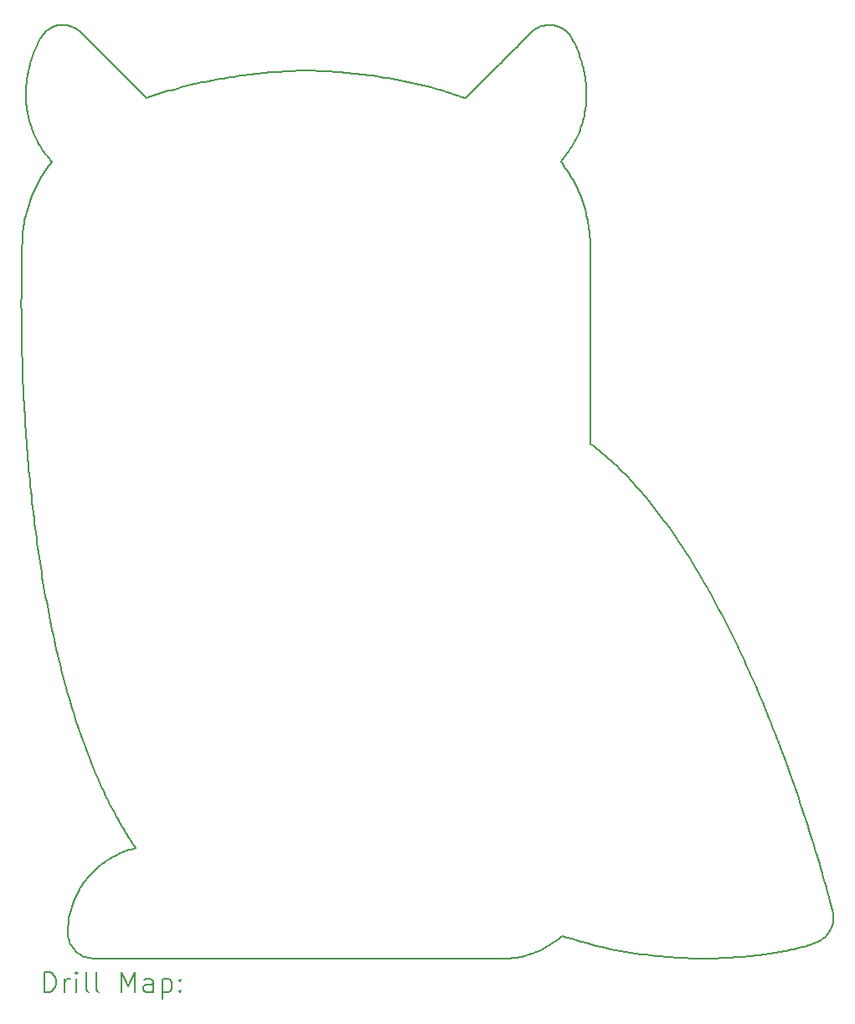
<source format=gbr>
%TF.GenerationSoftware,KiCad,Pcbnew,7.0.2.1-36-g582732918d-dirty-deb11*%
%TF.CreationDate,2024-01-19T22:58:02+00:00*%
%TF.ProjectId,owlThief,6f776c54-6869-4656-962e-6b696361645f,rev?*%
%TF.SameCoordinates,Original*%
%TF.FileFunction,Drillmap*%
%TF.FilePolarity,Positive*%
%FSLAX45Y45*%
G04 Gerber Fmt 4.5, Leading zero omitted, Abs format (unit mm)*
G04 Created by KiCad (PCBNEW 7.0.2.1-36-g582732918d-dirty-deb11) date 2024-01-19 22:58:02*
%MOMM*%
%LPD*%
G01*
G04 APERTURE LIST*
%ADD10C,0.200000*%
G04 APERTURE END LIST*
D10*
X18739026Y-2943895D02*
X18712869Y-2945735D01*
X18687088Y-2950263D01*
X18661910Y-2957358D01*
X18637559Y-2966902D01*
X18614262Y-2978775D01*
X18592245Y-2992858D01*
X18571732Y-3009031D01*
X18552951Y-3027174D01*
X18536127Y-3047169D01*
X18521486Y-3068895D01*
X18513049Y-3084282D01*
X23775000Y-4325000D02*
X23788721Y-4309303D01*
X23802128Y-4293331D01*
X23815215Y-4277091D01*
X23827976Y-4260591D01*
X23840408Y-4243837D01*
X23852505Y-4226836D01*
X23864261Y-4209597D01*
X23875673Y-4192127D01*
X23886734Y-4174432D01*
X23897441Y-4156520D01*
X23907787Y-4138399D01*
X23917767Y-4120075D01*
X23927378Y-4101556D01*
X23936613Y-4082850D01*
X23945467Y-4063963D01*
X23953936Y-4044902D01*
X23962015Y-4025676D01*
X23969698Y-4006291D01*
X23976981Y-3986755D01*
X23983857Y-3967075D01*
X23990324Y-3947258D01*
X23996374Y-3927312D01*
X24002004Y-3907244D01*
X24007208Y-3887060D01*
X24011981Y-3866770D01*
X24016318Y-3846379D01*
X24020214Y-3825894D01*
X24023665Y-3805325D01*
X24026664Y-3784677D01*
X24029207Y-3763957D01*
X24031289Y-3743174D01*
X24032905Y-3722335D01*
X19178617Y-12376192D02*
X19304800Y-12376181D01*
X19430982Y-12376173D01*
X19557165Y-12376168D01*
X19683348Y-12376165D01*
X19809531Y-12376165D01*
X19935714Y-12376166D01*
X20061897Y-12376168D01*
X20188080Y-12376172D01*
X20314263Y-12376176D01*
X20440446Y-12376181D01*
X20566629Y-12376186D01*
X20692812Y-12376191D01*
X20818995Y-12376196D01*
X20945178Y-12376199D01*
X21071361Y-12376202D01*
X21197544Y-12376204D01*
X21323727Y-12376203D01*
X21449910Y-12376201D01*
X21576093Y-12376197D01*
X21702276Y-12376190D01*
X21828459Y-12376180D01*
X21954641Y-12376167D01*
X22080824Y-12376150D01*
X22207007Y-12376130D01*
X22333190Y-12376105D01*
X22459372Y-12376076D01*
X22585555Y-12376043D01*
X22711738Y-12376004D01*
X22837920Y-12375960D01*
X22964103Y-12375910D01*
X23090285Y-12375854D01*
X23216467Y-12375793D01*
X24534400Y-7598639D02*
X24508111Y-7569633D01*
X24481489Y-7540928D01*
X24454536Y-7512533D01*
X24427251Y-7484456D01*
X24399635Y-7456706D01*
X24371687Y-7429290D01*
X24343409Y-7402219D01*
X24314800Y-7375499D01*
X24285861Y-7349139D01*
X24256591Y-7323148D01*
X24226992Y-7297535D01*
X24197062Y-7272307D01*
X24166804Y-7247473D01*
X24136215Y-7223042D01*
X24105298Y-7199022D01*
X24074051Y-7175421D01*
X21551825Y-3422466D02*
X21518112Y-3419647D01*
X21484377Y-3417037D01*
X21450621Y-3414652D01*
X21416847Y-3412508D01*
X21383058Y-3410622D01*
X21349256Y-3409011D01*
X21315444Y-3407690D01*
X21281623Y-3406676D01*
X21247798Y-3405985D01*
X21213969Y-3405633D01*
X21180140Y-3405638D01*
X21146314Y-3406014D01*
X21112492Y-3406779D01*
X21078677Y-3407949D01*
X21044872Y-3409539D01*
X21011079Y-3411568D01*
X22812939Y-3684367D02*
X22774913Y-3670707D01*
X22736757Y-3657457D01*
X22698476Y-3644613D01*
X22660073Y-3632168D01*
X22621552Y-3620116D01*
X22582918Y-3608452D01*
X22544174Y-3597170D01*
X22505325Y-3586264D01*
X22466374Y-3575728D01*
X22427326Y-3565558D01*
X22388185Y-3555746D01*
X22348955Y-3546288D01*
X22309639Y-3537177D01*
X22270242Y-3528408D01*
X22230768Y-3519975D01*
X22191221Y-3511872D01*
X22151605Y-3504094D01*
X22111924Y-3496634D01*
X22072181Y-3489488D01*
X22032382Y-3482649D01*
X21992530Y-3476112D01*
X21952630Y-3469871D01*
X21912684Y-3463919D01*
X21872698Y-3458252D01*
X21832675Y-3452864D01*
X21792619Y-3447749D01*
X21752535Y-3442900D01*
X21712426Y-3438314D01*
X21672296Y-3433982D01*
X21632150Y-3429901D01*
X21591992Y-3426064D01*
X21551825Y-3422466D01*
X18589832Y-4277986D02*
X18603171Y-4294576D01*
X18616865Y-4310875D01*
X18629575Y-4325466D01*
X23880734Y-3066055D02*
X23864842Y-3043177D01*
X23846522Y-3022337D01*
X23826051Y-3003664D01*
X23803707Y-2987287D01*
X23779765Y-2973335D01*
X23754502Y-2961936D01*
X23728195Y-2953219D01*
X23701121Y-2947314D01*
X23673556Y-2944349D01*
X23645778Y-2944453D01*
X23627277Y-2946292D01*
X18449897Y-7930289D02*
X18455979Y-7979709D01*
X18462218Y-8029113D01*
X18468615Y-8078500D01*
X18475175Y-8127868D01*
X18481900Y-8177217D01*
X18488793Y-8226543D01*
X18495857Y-8275847D01*
X18503095Y-8325127D01*
X18510511Y-8374380D01*
X18518106Y-8423607D01*
X18525885Y-8472805D01*
X18533850Y-8521972D01*
X18542003Y-8571109D01*
X18550349Y-8620212D01*
X18558890Y-8669281D01*
X18567629Y-8718314D01*
X18576569Y-8767310D01*
X18585712Y-8816267D01*
X18595063Y-8865184D01*
X18604624Y-8914060D01*
X18614398Y-8962893D01*
X18624388Y-9011681D01*
X18634596Y-9060424D01*
X18645027Y-9109120D01*
X18655682Y-9157766D01*
X18666566Y-9206363D01*
X18677680Y-9254908D01*
X18689028Y-9303401D01*
X18700613Y-9351839D01*
X18712438Y-9400221D01*
X18724505Y-9448546D01*
X18736819Y-9496812D01*
X18368985Y-3682782D02*
X18369858Y-3702960D01*
X18371145Y-3723113D01*
X18372844Y-3743232D01*
X18374952Y-3763310D01*
X18377467Y-3783339D01*
X18380385Y-3803312D01*
X18383705Y-3823221D01*
X18387424Y-3843059D01*
X18391539Y-3862818D01*
X18396049Y-3882490D01*
X18400950Y-3902068D01*
X18406239Y-3921544D01*
X18411916Y-3940910D01*
X18417976Y-3960160D01*
X18424417Y-3979285D01*
X18431237Y-3998277D01*
X18438434Y-4017130D01*
X18446004Y-4035836D01*
X18453946Y-4054386D01*
X18462257Y-4072774D01*
X18470933Y-4090992D01*
X18479974Y-4109032D01*
X18489376Y-4126887D01*
X18499136Y-4144549D01*
X18509253Y-4162010D01*
X18519723Y-4179263D01*
X18530545Y-4196300D01*
X18541715Y-4213114D01*
X18553231Y-4229698D01*
X18565091Y-4246042D01*
X18577292Y-4262141D01*
X18589832Y-4277986D01*
X18326508Y-6161447D02*
X18327784Y-6216863D01*
X18329228Y-6272274D01*
X18330839Y-6327681D01*
X18332617Y-6383082D01*
X18334563Y-6438476D01*
X18336675Y-6493865D01*
X18338955Y-6549246D01*
X18341402Y-6604621D01*
X18344015Y-6659987D01*
X18346795Y-6715345D01*
X18349741Y-6770695D01*
X18352854Y-6826035D01*
X18356134Y-6881367D01*
X18359579Y-6936688D01*
X18363191Y-6991999D01*
X18366969Y-7047299D01*
X18370912Y-7102588D01*
X18375022Y-7157866D01*
X18379297Y-7213131D01*
X18383737Y-7268384D01*
X18388343Y-7323624D01*
X18393115Y-7378850D01*
X18398051Y-7434063D01*
X18403153Y-7489262D01*
X18408420Y-7544446D01*
X18413851Y-7599615D01*
X18419447Y-7654769D01*
X18425209Y-7709906D01*
X18431134Y-7765028D01*
X18437224Y-7820132D01*
X18443479Y-7875219D01*
X18449897Y-7930289D01*
X18739026Y-2943895D02*
X18739026Y-2943895D01*
X18629575Y-4325466D02*
X18611870Y-4348155D01*
X18594667Y-4371217D01*
X18577968Y-4394639D01*
X18561777Y-4418409D01*
X18546100Y-4442515D01*
X18530938Y-4466946D01*
X18516297Y-4491691D01*
X18502180Y-4516737D01*
X18488591Y-4542073D01*
X18475533Y-4567687D01*
X18463012Y-4593568D01*
X18451029Y-4619703D01*
X18439590Y-4646081D01*
X18428697Y-4672690D01*
X18418356Y-4699519D01*
X18408569Y-4726556D01*
X18399341Y-4753788D01*
X18390675Y-4781206D01*
X18382575Y-4808796D01*
X18375045Y-4836547D01*
X18368089Y-4864447D01*
X18361711Y-4892485D01*
X18355915Y-4920649D01*
X18350704Y-4948928D01*
X18346082Y-4977308D01*
X18342053Y-5005780D01*
X18338620Y-5034331D01*
X18335789Y-5062949D01*
X18333562Y-5091622D01*
X18331943Y-5120340D01*
X18330937Y-5149090D01*
X18330547Y-5177861D01*
X21011079Y-3411568D02*
X20974778Y-3413709D01*
X20938487Y-3416065D01*
X20902207Y-3418638D01*
X20865939Y-3421429D01*
X20829687Y-3424440D01*
X20793452Y-3427673D01*
X20757236Y-3431130D01*
X20721041Y-3434813D01*
X20684870Y-3438724D01*
X20648723Y-3442864D01*
X20612604Y-3447235D01*
X20576514Y-3451839D01*
X20540456Y-3456679D01*
X20504430Y-3461755D01*
X20468440Y-3467070D01*
X20432488Y-3472625D01*
X20396574Y-3478423D01*
X20360702Y-3484465D01*
X20324874Y-3490753D01*
X20289091Y-3497289D01*
X20253355Y-3504075D01*
X20217669Y-3511113D01*
X20182034Y-3518404D01*
X20146453Y-3525950D01*
X20110927Y-3533754D01*
X20075459Y-3541816D01*
X20040050Y-3550140D01*
X20004703Y-3558726D01*
X19969419Y-3567576D01*
X19934202Y-3576693D01*
X19899051Y-3586079D01*
X19863971Y-3595734D01*
X24073393Y-5138455D02*
X24072282Y-5110928D01*
X24070602Y-5083435D01*
X24068357Y-5055985D01*
X24065550Y-5028590D01*
X24062186Y-5001259D01*
X24058268Y-4974002D01*
X24053801Y-4946830D01*
X24048788Y-4919753D01*
X24043233Y-4892782D01*
X24037140Y-4865925D01*
X24030514Y-4839195D01*
X24023357Y-4812600D01*
X24015675Y-4786152D01*
X24007470Y-4759859D01*
X23998747Y-4733734D01*
X23989510Y-4707785D01*
X23979763Y-4682023D01*
X23969509Y-4656459D01*
X23958753Y-4631102D01*
X23947499Y-4605963D01*
X23935750Y-4581052D01*
X23923510Y-4556379D01*
X23910784Y-4531954D01*
X23897575Y-4507788D01*
X23883888Y-4483891D01*
X23869725Y-4460273D01*
X23855092Y-4436945D01*
X23839992Y-4413916D01*
X23824428Y-4391196D01*
X23808406Y-4368797D01*
X23791929Y-4346728D01*
X23775000Y-4325000D01*
X18995341Y-12369526D02*
X19018017Y-12373277D01*
X19040821Y-12375476D01*
X19063722Y-12376482D01*
X19086690Y-12376654D01*
X19109694Y-12376352D01*
X19132704Y-12375935D01*
X19155688Y-12375762D01*
X19178617Y-12376192D01*
X23789521Y-12146283D02*
X23837958Y-12162529D01*
X23886585Y-12178153D01*
X23935396Y-12193156D01*
X23984383Y-12207542D01*
X24033539Y-12221314D01*
X24082857Y-12234475D01*
X24132330Y-12247029D01*
X24181950Y-12258977D01*
X24231710Y-12270324D01*
X24281603Y-12281071D01*
X24331622Y-12291223D01*
X24381759Y-12300783D01*
X24432008Y-12309753D01*
X24482361Y-12318136D01*
X24532810Y-12325936D01*
X24583350Y-12333155D01*
X24633972Y-12339797D01*
X24684669Y-12345865D01*
X24735435Y-12351361D01*
X24786261Y-12356289D01*
X24837141Y-12360652D01*
X24888067Y-12364453D01*
X24939033Y-12367695D01*
X24990031Y-12370380D01*
X25041053Y-12372513D01*
X25092093Y-12374096D01*
X25143144Y-12375131D01*
X25194197Y-12375623D01*
X25245247Y-12375574D01*
X25296286Y-12374988D01*
X25347306Y-12373867D01*
X25398300Y-12372214D01*
X19286693Y-10948062D02*
X19297844Y-10968264D01*
X19309098Y-10988410D01*
X19320456Y-11008498D01*
X19331920Y-11028526D01*
X19343490Y-11048493D01*
X19355169Y-11068396D01*
X19366959Y-11088234D01*
X19378859Y-11108004D01*
X19390873Y-11127706D01*
X19403001Y-11147338D01*
X19415245Y-11166897D01*
X19427607Y-11186382D01*
X19440087Y-11205791D01*
X19452688Y-11225123D01*
X19465411Y-11244375D01*
X19478258Y-11263546D01*
X19863971Y-3595734D02*
X19838101Y-3603143D01*
X19812278Y-3610718D01*
X19786506Y-3618464D01*
X19760788Y-3626388D01*
X19735127Y-3634495D01*
X19709528Y-3642790D01*
X19683992Y-3651280D01*
X19658524Y-3659969D01*
X19633126Y-3668864D01*
X19607803Y-3677970D01*
X19590964Y-3684160D01*
X25291754Y-8692573D02*
X25271462Y-8656221D01*
X25250997Y-8619952D01*
X25230352Y-8583774D01*
X25209525Y-8547690D01*
X25188511Y-8511707D01*
X25167306Y-8475830D01*
X25145904Y-8440064D01*
X25124302Y-8404417D01*
X25102496Y-8368892D01*
X25080480Y-8333495D01*
X25058252Y-8298233D01*
X25035805Y-8263111D01*
X25013136Y-8228134D01*
X24990241Y-8193308D01*
X24967115Y-8158639D01*
X24943753Y-8124132D01*
X24920152Y-8089792D01*
X24896307Y-8055626D01*
X24872213Y-8021639D01*
X24847867Y-7987837D01*
X24823264Y-7954224D01*
X24798399Y-7920808D01*
X24773268Y-7887593D01*
X24747866Y-7854584D01*
X24722190Y-7821788D01*
X24696235Y-7789211D01*
X24669997Y-7756857D01*
X24643471Y-7724732D01*
X24616652Y-7692842D01*
X24589537Y-7661193D01*
X24562121Y-7629790D01*
X24534400Y-7598639D01*
X26239239Y-12255615D02*
X26261752Y-12249009D01*
X26284383Y-12242135D01*
X26306971Y-12234811D01*
X26329356Y-12226852D01*
X26351378Y-12218075D01*
X26372875Y-12208299D01*
X26393689Y-12197338D01*
X26413657Y-12185011D01*
X26432620Y-12171133D01*
X26450417Y-12155522D01*
X26461555Y-12144061D01*
X23455218Y-3042367D02*
X23435133Y-3062418D01*
X23415050Y-3082470D01*
X23394967Y-3102522D01*
X23374886Y-3122576D01*
X23354806Y-3142630D01*
X23334728Y-3162685D01*
X23314650Y-3182742D01*
X23294574Y-3202799D01*
X23274498Y-3222856D01*
X23254423Y-3242915D01*
X23234350Y-3262974D01*
X23214277Y-3283034D01*
X23194205Y-3303095D01*
X23174134Y-3323157D01*
X23154063Y-3343219D01*
X23133993Y-3363282D01*
X23113924Y-3383345D01*
X23093856Y-3403410D01*
X23073788Y-3423474D01*
X23053721Y-3443540D01*
X23033654Y-3463606D01*
X23013587Y-3483673D01*
X22993521Y-3503740D01*
X22973456Y-3523808D01*
X22953391Y-3543876D01*
X22933326Y-3563945D01*
X22913261Y-3584014D01*
X22893196Y-3604084D01*
X22873132Y-3624154D01*
X22853068Y-3644224D01*
X22833003Y-3664295D01*
X22812939Y-3684367D01*
X25398300Y-12372214D02*
X25424836Y-12371024D01*
X25451372Y-12369714D01*
X25477909Y-12368279D01*
X25504442Y-12366716D01*
X25530972Y-12365020D01*
X25557496Y-12363189D01*
X25584013Y-12361219D01*
X25610519Y-12359105D01*
X25637015Y-12356844D01*
X25663498Y-12354432D01*
X25689966Y-12351866D01*
X25716417Y-12349141D01*
X25742850Y-12346254D01*
X25769263Y-12343202D01*
X25795655Y-12339980D01*
X25822022Y-12336584D01*
X25848364Y-12333011D01*
X25874679Y-12329258D01*
X25900965Y-12325320D01*
X25927221Y-12321193D01*
X25953443Y-12316875D01*
X25979632Y-12312360D01*
X26005784Y-12307646D01*
X26031899Y-12302728D01*
X26057973Y-12297604D01*
X26084007Y-12292268D01*
X26109997Y-12286718D01*
X26135943Y-12280949D01*
X26161841Y-12274958D01*
X26187691Y-12268741D01*
X26213491Y-12262295D01*
X26239239Y-12255615D01*
X26046993Y-10379491D02*
X26026955Y-10325281D01*
X26006729Y-10271134D01*
X25986311Y-10217053D01*
X25965697Y-10163042D01*
X25944882Y-10109103D01*
X25923862Y-10055240D01*
X25902634Y-10001458D01*
X25881193Y-9947758D01*
X25859535Y-9894144D01*
X25837655Y-9840620D01*
X25815549Y-9787189D01*
X25793213Y-9733854D01*
X25770644Y-9680619D01*
X25747836Y-9627488D01*
X25724786Y-9574462D01*
X25701488Y-9521547D01*
X25677940Y-9468744D01*
X25654137Y-9416059D01*
X25630075Y-9363493D01*
X25605749Y-9311050D01*
X25581155Y-9258734D01*
X25556290Y-9206547D01*
X25531148Y-9154495D01*
X25505726Y-9102578D01*
X25480020Y-9050802D01*
X25454025Y-8999170D01*
X25427736Y-8947684D01*
X25401151Y-8896348D01*
X25374264Y-8845165D01*
X25347072Y-8794140D01*
X25319570Y-8743274D01*
X25291754Y-8692573D01*
X26461555Y-12144061D02*
X26477985Y-12125267D01*
X26492353Y-12104981D01*
X26504621Y-12083414D01*
X26514752Y-12060776D01*
X26522711Y-12037279D01*
X26528459Y-12013132D01*
X26531961Y-11988546D01*
X26533179Y-11963733D01*
X26532077Y-11938901D01*
X26528617Y-11914262D01*
X26524983Y-11898048D01*
X18513049Y-3084282D02*
X18495202Y-3118819D01*
X18478454Y-3153920D01*
X18462823Y-3189548D01*
X18448326Y-3225662D01*
X18434980Y-3262225D01*
X18422801Y-3299196D01*
X18411807Y-3336536D01*
X18402014Y-3374207D01*
X18393441Y-3412170D01*
X18386103Y-3450384D01*
X18380018Y-3488812D01*
X18375204Y-3527414D01*
X18371676Y-3566151D01*
X18369452Y-3604984D01*
X18368550Y-3643874D01*
X18368985Y-3682782D01*
X18330547Y-5177861D02*
X18329749Y-5208591D01*
X18328985Y-5239322D01*
X18328258Y-5270054D01*
X18327566Y-5300787D01*
X18326912Y-5331520D01*
X18326295Y-5362255D01*
X18325718Y-5392990D01*
X18325181Y-5423727D01*
X18324684Y-5454463D01*
X18324229Y-5485201D01*
X18323817Y-5515939D01*
X18323447Y-5546677D01*
X18323122Y-5577416D01*
X18322842Y-5608155D01*
X18322608Y-5638894D01*
X18322421Y-5669633D01*
X18322282Y-5700373D01*
X18322191Y-5731113D01*
X18322149Y-5761853D01*
X18322158Y-5792593D01*
X18322218Y-5823332D01*
X18322331Y-5854072D01*
X18322496Y-5884811D01*
X18322715Y-5915550D01*
X18322988Y-5946289D01*
X18323317Y-5977028D01*
X18323703Y-6007766D01*
X18324146Y-6038503D01*
X18324647Y-6069240D01*
X18325207Y-6099976D01*
X18325827Y-6130712D01*
X18326508Y-6161447D01*
X18736819Y-9496812D02*
X18749187Y-9543785D01*
X18761799Y-9590709D01*
X18774661Y-9637578D01*
X18787779Y-9684388D01*
X18801161Y-9731133D01*
X18814813Y-9777806D01*
X18828742Y-9824403D01*
X18842955Y-9870918D01*
X18857458Y-9917345D01*
X18872259Y-9963679D01*
X18887363Y-10009913D01*
X18902778Y-10056043D01*
X18918510Y-10102063D01*
X18934567Y-10147967D01*
X18950954Y-10193750D01*
X18967679Y-10239406D01*
X18984748Y-10284929D01*
X19002169Y-10330314D01*
X19019947Y-10375555D01*
X19038090Y-10420647D01*
X19056604Y-10465584D01*
X19075496Y-10510360D01*
X19094773Y-10554971D01*
X19114441Y-10599409D01*
X19134508Y-10643670D01*
X19154980Y-10687748D01*
X19175863Y-10731638D01*
X19197165Y-10775333D01*
X19218893Y-10818829D01*
X19241052Y-10862119D01*
X19263650Y-10905199D01*
X19286693Y-10948062D01*
X23627277Y-2946292D02*
X23602394Y-2950704D01*
X23578257Y-2957690D01*
X23554976Y-2967047D01*
X23532660Y-2978575D01*
X23511416Y-2992072D01*
X23491356Y-3007337D01*
X23472587Y-3024169D01*
X23455218Y-3042367D01*
X18913543Y-3008311D02*
X18894930Y-2993306D01*
X18875062Y-2980270D01*
X18854108Y-2969211D01*
X18832239Y-2960138D01*
X18809626Y-2953061D01*
X18786439Y-2947989D01*
X18762849Y-2944930D01*
X18739026Y-2943895D01*
X19590964Y-3684160D02*
X19569792Y-3663043D01*
X19548629Y-3641917D01*
X19527472Y-3620784D01*
X19506322Y-3599644D01*
X19485177Y-3578498D01*
X19464037Y-3557347D01*
X19442901Y-3536192D01*
X19421768Y-3515034D01*
X19400638Y-3493873D01*
X19379509Y-3472710D01*
X19358381Y-3451546D01*
X19337253Y-3430382D01*
X19316125Y-3409219D01*
X19294995Y-3388057D01*
X19273863Y-3366897D01*
X19252729Y-3345741D01*
X19231590Y-3324588D01*
X19210447Y-3303440D01*
X19189299Y-3282297D01*
X19168144Y-3261161D01*
X19146983Y-3240032D01*
X19125815Y-3218910D01*
X19104638Y-3197798D01*
X19083452Y-3176695D01*
X19062256Y-3155602D01*
X19041049Y-3134520D01*
X19019831Y-3113451D01*
X18998601Y-3092394D01*
X18977358Y-3071351D01*
X18956101Y-3050322D01*
X18934830Y-3029308D01*
X18913543Y-3008311D01*
X18898894Y-11698213D02*
X18885591Y-11723538D01*
X18873123Y-11749293D01*
X18861500Y-11775449D01*
X18850733Y-11801976D01*
X18840835Y-11828843D01*
X18831816Y-11856019D01*
X18823688Y-11883476D01*
X18816463Y-11911181D01*
X18810151Y-11939106D01*
X18804765Y-11967219D01*
X18800316Y-11995491D01*
X18796815Y-12023891D01*
X18794273Y-12052389D01*
X18792703Y-12080955D01*
X18792115Y-12109559D01*
X18792521Y-12138170D01*
X26524983Y-11898048D02*
X26512319Y-11849918D01*
X26499498Y-11801830D01*
X26486520Y-11753785D01*
X26473386Y-11705782D01*
X26460099Y-11657822D01*
X26446658Y-11609904D01*
X26433065Y-11562029D01*
X26419321Y-11514197D01*
X26405427Y-11466409D01*
X26391384Y-11418663D01*
X26377194Y-11370961D01*
X26362857Y-11323303D01*
X26348374Y-11275688D01*
X26333747Y-11228117D01*
X26318977Y-11180590D01*
X26304064Y-11133107D01*
X26289010Y-11085668D01*
X26273816Y-11038274D01*
X26258482Y-10990924D01*
X26243011Y-10943619D01*
X26227403Y-10896358D01*
X26211659Y-10849143D01*
X26195781Y-10801973D01*
X26179769Y-10754847D01*
X26163624Y-10707768D01*
X26147348Y-10660733D01*
X26130942Y-10613745D01*
X26114406Y-10566802D01*
X26097742Y-10519905D01*
X26080951Y-10473054D01*
X26064035Y-10426249D01*
X26046993Y-10379491D01*
X18792521Y-12138170D02*
X18794891Y-12158723D01*
X18799015Y-12178923D01*
X18804811Y-12198671D01*
X18812198Y-12217867D01*
X18821095Y-12236416D01*
X18831420Y-12254217D01*
X18843092Y-12271172D01*
X18856030Y-12287185D01*
X18870153Y-12302155D01*
X18885378Y-12315986D01*
X18901626Y-12328578D01*
X18918813Y-12339833D01*
X18936860Y-12349654D01*
X18955684Y-12357942D01*
X18975205Y-12364599D01*
X18995341Y-12369526D01*
X23216467Y-12375793D02*
X23255887Y-12374164D01*
X23295174Y-12370714D01*
X23334255Y-12365469D01*
X23373055Y-12358457D01*
X23411499Y-12349704D01*
X23449512Y-12339237D01*
X23487020Y-12327083D01*
X23523948Y-12313271D01*
X23560221Y-12297826D01*
X23595764Y-12280776D01*
X23630504Y-12262148D01*
X23664364Y-12241968D01*
X23697270Y-12220265D01*
X23729148Y-12197065D01*
X23759923Y-12172395D01*
X23789521Y-12146283D01*
X19478258Y-11263546D02*
X19455481Y-11268780D01*
X19432875Y-11274650D01*
X19410451Y-11281147D01*
X19388223Y-11288262D01*
X19366204Y-11295985D01*
X19344407Y-11304305D01*
X19322845Y-11313214D01*
X19301532Y-11322700D01*
X19280481Y-11332755D01*
X19259705Y-11343368D01*
X19239217Y-11354530D01*
X19219031Y-11366230D01*
X19199159Y-11378459D01*
X19179615Y-11391208D01*
X19160411Y-11404465D01*
X19141562Y-11418222D01*
X19123080Y-11432468D01*
X19104979Y-11447194D01*
X19087271Y-11462390D01*
X19069970Y-11478046D01*
X19053089Y-11494152D01*
X19036641Y-11510698D01*
X19020640Y-11527675D01*
X19005098Y-11545072D01*
X18990030Y-11562881D01*
X18975447Y-11581090D01*
X18961363Y-11599690D01*
X18947792Y-11618671D01*
X18934746Y-11638024D01*
X18922239Y-11657739D01*
X18910284Y-11677805D01*
X18898894Y-11698213D01*
X24032905Y-3722335D02*
X24034128Y-3701010D01*
X24034933Y-3679673D01*
X24035323Y-3658332D01*
X24035303Y-3636991D01*
X24034875Y-3615658D01*
X24034042Y-3594338D01*
X24032808Y-3573039D01*
X24031176Y-3551767D01*
X24029148Y-3530529D01*
X24026728Y-3509330D01*
X24023920Y-3488177D01*
X24020725Y-3467077D01*
X24017149Y-3446036D01*
X24013193Y-3425060D01*
X24008860Y-3404157D01*
X24004155Y-3383332D01*
X23999080Y-3362591D01*
X23993639Y-3341942D01*
X23987834Y-3321391D01*
X23981668Y-3300944D01*
X23975146Y-3280608D01*
X23968269Y-3260389D01*
X23961042Y-3240293D01*
X23953467Y-3220328D01*
X23945548Y-3200498D01*
X23937287Y-3180812D01*
X23928688Y-3161275D01*
X23919755Y-3141894D01*
X23910489Y-3122675D01*
X23900895Y-3103624D01*
X23890976Y-3084749D01*
X23880734Y-3066055D01*
X24074051Y-7175421D02*
X24074039Y-7111766D01*
X24074031Y-7048111D01*
X24074027Y-6984456D01*
X24074026Y-6920801D01*
X24074029Y-6857145D01*
X24074034Y-6793490D01*
X24074041Y-6729834D01*
X24074049Y-6666179D01*
X24074059Y-6602523D01*
X24074069Y-6538867D01*
X24074079Y-6475212D01*
X24074088Y-6411556D01*
X24074096Y-6347900D01*
X24074103Y-6284245D01*
X24074108Y-6220589D01*
X24074110Y-6156934D01*
X24074109Y-6093278D01*
X24074105Y-6029622D01*
X24074096Y-5965967D01*
X24074084Y-5902312D01*
X24074066Y-5838656D01*
X24074042Y-5775001D01*
X24074013Y-5711346D01*
X24073977Y-5647691D01*
X24073934Y-5584036D01*
X24073883Y-5520381D01*
X24073824Y-5456726D01*
X24073757Y-5393072D01*
X24073681Y-5329417D01*
X24073595Y-5265763D01*
X24073499Y-5202109D01*
X24073393Y-5138455D01*
X18556537Y-12715193D02*
X18556537Y-12515193D01*
X18556537Y-12515193D02*
X18604156Y-12515193D01*
X18604156Y-12515193D02*
X18632728Y-12524717D01*
X18632728Y-12524717D02*
X18651775Y-12543764D01*
X18651775Y-12543764D02*
X18661299Y-12562812D01*
X18661299Y-12562812D02*
X18670823Y-12600907D01*
X18670823Y-12600907D02*
X18670823Y-12629479D01*
X18670823Y-12629479D02*
X18661299Y-12667574D01*
X18661299Y-12667574D02*
X18651775Y-12686621D01*
X18651775Y-12686621D02*
X18632728Y-12705669D01*
X18632728Y-12705669D02*
X18604156Y-12715193D01*
X18604156Y-12715193D02*
X18556537Y-12715193D01*
X18756537Y-12715193D02*
X18756537Y-12581859D01*
X18756537Y-12619955D02*
X18766061Y-12600907D01*
X18766061Y-12600907D02*
X18775585Y-12591383D01*
X18775585Y-12591383D02*
X18794632Y-12581859D01*
X18794632Y-12581859D02*
X18813680Y-12581859D01*
X18880347Y-12715193D02*
X18880347Y-12581859D01*
X18880347Y-12515193D02*
X18870823Y-12524717D01*
X18870823Y-12524717D02*
X18880347Y-12534240D01*
X18880347Y-12534240D02*
X18889870Y-12524717D01*
X18889870Y-12524717D02*
X18880347Y-12515193D01*
X18880347Y-12515193D02*
X18880347Y-12534240D01*
X19004156Y-12715193D02*
X18985108Y-12705669D01*
X18985108Y-12705669D02*
X18975585Y-12686621D01*
X18975585Y-12686621D02*
X18975585Y-12515193D01*
X19108918Y-12715193D02*
X19089870Y-12705669D01*
X19089870Y-12705669D02*
X19080347Y-12686621D01*
X19080347Y-12686621D02*
X19080347Y-12515193D01*
X19337489Y-12715193D02*
X19337489Y-12515193D01*
X19337489Y-12515193D02*
X19404156Y-12658050D01*
X19404156Y-12658050D02*
X19470823Y-12515193D01*
X19470823Y-12515193D02*
X19470823Y-12715193D01*
X19651775Y-12715193D02*
X19651775Y-12610431D01*
X19651775Y-12610431D02*
X19642251Y-12591383D01*
X19642251Y-12591383D02*
X19623204Y-12581859D01*
X19623204Y-12581859D02*
X19585108Y-12581859D01*
X19585108Y-12581859D02*
X19566061Y-12591383D01*
X19651775Y-12705669D02*
X19632728Y-12715193D01*
X19632728Y-12715193D02*
X19585108Y-12715193D01*
X19585108Y-12715193D02*
X19566061Y-12705669D01*
X19566061Y-12705669D02*
X19556537Y-12686621D01*
X19556537Y-12686621D02*
X19556537Y-12667574D01*
X19556537Y-12667574D02*
X19566061Y-12648526D01*
X19566061Y-12648526D02*
X19585108Y-12639002D01*
X19585108Y-12639002D02*
X19632728Y-12639002D01*
X19632728Y-12639002D02*
X19651775Y-12629479D01*
X19747013Y-12581859D02*
X19747013Y-12781859D01*
X19747013Y-12591383D02*
X19766061Y-12581859D01*
X19766061Y-12581859D02*
X19804156Y-12581859D01*
X19804156Y-12581859D02*
X19823204Y-12591383D01*
X19823204Y-12591383D02*
X19832728Y-12600907D01*
X19832728Y-12600907D02*
X19842251Y-12619955D01*
X19842251Y-12619955D02*
X19842251Y-12677098D01*
X19842251Y-12677098D02*
X19832728Y-12696145D01*
X19832728Y-12696145D02*
X19823204Y-12705669D01*
X19823204Y-12705669D02*
X19804156Y-12715193D01*
X19804156Y-12715193D02*
X19766061Y-12715193D01*
X19766061Y-12715193D02*
X19747013Y-12705669D01*
X19927966Y-12696145D02*
X19937489Y-12705669D01*
X19937489Y-12705669D02*
X19927966Y-12715193D01*
X19927966Y-12715193D02*
X19918442Y-12705669D01*
X19918442Y-12705669D02*
X19927966Y-12696145D01*
X19927966Y-12696145D02*
X19927966Y-12715193D01*
X19927966Y-12591383D02*
X19937489Y-12600907D01*
X19937489Y-12600907D02*
X19927966Y-12610431D01*
X19927966Y-12610431D02*
X19918442Y-12600907D01*
X19918442Y-12600907D02*
X19927966Y-12591383D01*
X19927966Y-12591383D02*
X19927966Y-12610431D01*
M02*

</source>
